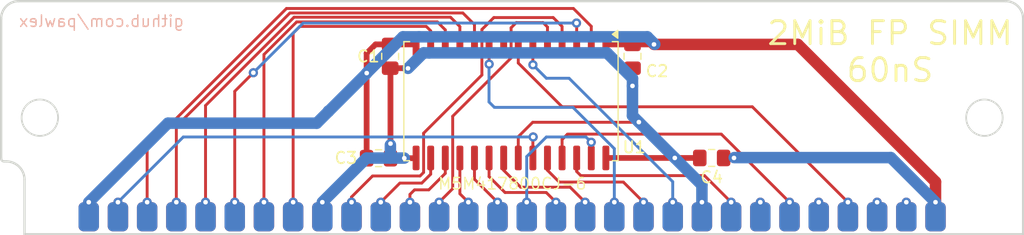
<source format=kicad_pcb>
(kicad_pcb (version 20241229) (generator "pcbnew") (generator_version "9.0")
  (title_block (title "GW4190A") (date "2021-06-19") (rev "2.0-SOJ") (company "Garrett's Workshop"))
  (layers (0 "F.Cu" signal) (2 "B.Cu" signal) (13 "F.Paste" user) (15 "B.Paste" user) (5 "F.SilkS" user "F.Silkscreen") (7 "B.SilkS" user "B.Silkscreen") (1 "F.Mask" user) (3 "B.Mask" user) (25 "Edge.Cuts" user))
  (net 0 "")
  (net 1 "+5V")
  (net 2 "/D0")
  (net 3 "/D1")
  (net 4 "/~{WE}")
  (net 5 "/~{RAS}")
  (net 6 "/~{CAS}")
  (net 7 "/D2")
  (net 8 "/D3")
  (net 9 "GND")
  (net 10 "/D4")
  (net 11 "/D5")
  (net 12 "/D6")
  (net 13 "/A11")
  (net 14 "/D7")
  (net 15 "/QP")
  (net 16 "/~{CASP}")
  (net 17 "/DP")
  (net 18 "/A9")
  (net 19 "/A2")
  (net 20 "/A10")
  (net 21 "/A8")
  (net 22 "/A0")
  (net 23 "/A3")
  (net 24 "/A6")
  (net 25 "/A1")
  (net 26 "/A5")
  (net 27 "/A4")
  (net 28 "/A7")
  (footprint "stdpads:SIMM-30_Edge" (layer "F.Cu") (at 120.65 99.822)
    (property "Reference" "J1" (hide yes))
    (property "Value" "DRAM-SIMM-30" (hide yes))
    (pad "1" thru_hole circle (at -36.83 -1.016) (size 0.8 0.8) (drill 0.4) (layers "*.Cu" "*.Mask") (net 1 "+5V"))
    (pad "1" smd roundrect (at -36.83 0.254) (size 1.778 2.54) (layers "F.Cu" "F.Mask") (net 1 "+5V"))
    (pad "1" smd roundrect (at -36.83 0.254) (size 1.778 2.54) (layers "B.Cu" "B.Mask") (net 1 "+5V"))
    (pad "2" thru_hole circle (at -34.29 -1.016) (size 0.8 0.8) (drill 0.4) (layers "*.Cu" "*.Mask") (net 6 "/~{CAS}"))
    (pad "2" smd roundrect (at -34.29 0.254) (size 1.778 2.54) (layers "F.Cu" "F.Mask") (net 6 "/~{CAS}"))
    (pad "2" smd roundrect (at -34.29 0.254) (size 1.778 2.54) (layers "B.Cu" "B.Mask") (net 6 "/~{CAS}"))
    (pad "3" thru_hole circle (at -31.75 -1.016) (size 0.8 0.8) (drill 0.4) (layers "*.Cu" "*.Mask") (net 2 "/D0"))
    (pad "3" smd roundrect (at -31.75 0.254) (size 1.778 2.54) (layers "F.Cu" "F.Mask") (net 2 "/D0"))
    (pad "3" smd roundrect (at -31.75 0.254) (size 1.778 2.54) (layers "B.Cu" "B.Mask") (net 2 "/D0"))
    (pad "4" thru_hole circle (at -29.21 -1.016) (size 0.8 0.8) (drill 0.4) (layers "*.Cu" "*.Mask") (net 22 "/A0"))
    (pad "4" smd roundrect (at -29.21 0.254) (size 1.778 2.54) (layers "F.Cu" "F.Mask") (net 22 "/A0"))
    (pad "4" smd roundrect (at -29.21 0.254) (size 1.778 2.54) (layers "B.Cu" "B.Mask") (net 22 "/A0"))
    (pad "5" thru_hole circle (at -26.67 -1.016) (size 0.8 0.8) (drill 0.4) (layers "*.Cu" "*.Mask") (net 25 "/A1"))
    (pad "5" smd roundrect (at -26.67 0.254) (size 1.778 2.54) (layers "F.Cu" "F.Mask") (net 25 "/A1"))
    (pad "5" smd roundrect (at -26.67 0.254) (size 1.778 2.54) (layers "B.Cu" "B.Mask") (net 25 "/A1"))
    (pad "6" thru_hole circle (at -24.13 -1.016) (size 0.8 0.8) (drill 0.4) (layers "*.Cu" "*.Mask") (net 3 "/D1"))
    (pad "6" smd roundrect (at -24.13 0.254) (size 1.778 2.54) (layers "F.Cu" "F.Mask") (net 3 "/D1"))
    (pad "6" smd roundrect (at -24.13 0.254) (size 1.778 2.54) (layers "B.Cu" "B.Mask") (net 3 "/D1"))
    (pad "7" thru_hole circle (at -21.59 -1.016) (size 0.8 0.8) (drill 0.4) (layers "*.Cu" "*.Mask") (net 19 "/A2"))
    (pad "7" smd roundrect (at -21.59 0.254) (size 1.778 2.54) (layers "F.Cu" "F.Mask") (net 19 "/A2"))
    (pad "7" smd roundrect (at -21.59 0.254) (size 1.778 2.54) (layers "B.Cu" "B.Mask") (net 19 "/A2"))
    (pad "8" thru_hole circle (at -19.05 -1.016) (size 0.8 0.8) (drill 0.4) (layers "*.Cu" "*.Mask") (net 23 "/A3"))
    (pad "8" smd roundrect (at -19.05 0.254) (size 1.778 2.54) (layers "F.Cu" "F.Mask") (net 23 "/A3"))
    (pad "8" smd roundrect (at -19.05 0.254) (size 1.778 2.54) (layers "B.Cu" "B.Mask") (net 23 "/A3"))
    (pad "9" thru_hole circle (at -16.51 -1.016) (size 0.8 0.8) (drill 0.4) (layers "*.Cu" "*.Mask") (net 9 "GND"))
    (pad "9" smd roundrect (at -16.51 0.254) (size 1.778 2.54) (layers "F.Cu" "F.Mask") (net 9 "GND"))
    (pad "9" smd roundrect (at -16.51 0.254) (size 1.778 2.54) (layers "B.Cu" "B.Mask") (net 9 "GND"))
    (pad "10" thru_hole circle (at -13.97 -1.016) (size 0.8 0.8) (drill 0.4) (layers "*.Cu" "*.Mask") (net 7 "/D2"))
    (pad "10" smd roundrect (at -13.97 0.254) (size 1.778 2.54) (layers "F.Cu" "F.Mask") (net 7 "/D2"))
    (pad "10" smd roundrect (at -13.97 0.254) (size 1.778 2.54) (layers "B.Cu" "B.Mask") (net 7 "/D2"))
    (pad "11" thru_hole circle (at -11.43 -1.016) (size 0.8 0.8) (drill 0.4) (layers "*.Cu" "*.Mask") (net 27 "/A4"))
    (pad "11" smd roundrect (at -11.43 0.254) (size 1.778 2.54) (layers "F.Cu" "F.Mask") (net 27 "/A4"))
    (pad "11" smd roundrect (at -11.43 0.254) (size 1.778 2.54) (layers "B.Cu" "B.Mask") (net 27 "/A4"))
    (pad "12" thru_hole circle (at -8.89 -1.016) (size 0.8 0.8) (drill 0.4) (layers "*.Cu" "*.Mask") (net 26 "/A5"))
    (pad "12" smd roundrect (at -8.89 0.254) (size 1.778 2.54) (layers "F.Cu" "F.Mask") (net 26 "/A5"))
    (pad "12" smd roundrect (at -8.89 0.254) (size 1.778 2.54) (layers "B.Cu" "B.Mask") (net 26 "/A5"))
    (pad "13" thru_hole circle (at -6.35 -1.016) (size 0.8 0.8) (drill 0.4) (layers "*.Cu" "*.Mask") (net 8 "/D3"))
    (pad "13" smd roundrect (at -6.35 0.254) (size 1.778 2.54) (layers "F.Cu" "F.Mask") (net 8 "/D3"))
    (pad "13" smd roundrect (at -6.35 0.254) (size 1.778 2.54) (layers "B.Cu" "B.Mask") (net 8 "/D3"))
    (pad "14" thru_hole circle (at -3.81 -1.016) (size 0.8 0.8) (drill 0.4) (layers "*.Cu" "*.Mask") (net 24 "/A6"))
    (pad "14" smd roundrect (at -3.81 0.254) (size 1.778 2.54) (layers "F.Cu" "F.Mask") (net 24 "/A6"))
    (pad "14" smd roundrect (at -3.81 0.254) (size 1.778 2.54) (layers "B.Cu" "B.Mask") (net 24 "/A6"))
    (pad "15" thru_hole circle (at -1.27 -1.016) (size 0.8 0.8) (drill 0.4) (layers "*.Cu" "*.Mask") (net 28 "/A7"))
    (pad "15" smd roundrect (at -1.27 0.254) (size 1.778 2.54) (layers "F.Cu" "F.Mask") (net 28 "/A7"))
    (pad "15" smd roundrect (at -1.27 0.254) (size 1.778 2.54) (layers "B.Cu" "B.Mask") (net 28 "/A7"))
    (pad "16" thru_hole circle (at 1.27 -1.016) (size 0.8 0.8) (drill 0.4) (layers "*.Cu" "*.Mask") (net 10 "/D4"))
    (pad "16" smd roundrect (at 1.27 0.254) (size 1.778 2.54) (layers "F.Cu" "F.Mask") (net 10 "/D4"))
    (pad "16" smd roundrect (at 1.27 0.254) (size 1.778 2.54) (layers "B.Cu" "B.Mask") (net 10 "/D4"))
    (pad "17" thru_hole circle (at 3.81 -1.016) (size 0.8 0.8) (drill 0.4) (layers "*.Cu" "*.Mask") (net 21 "/A8"))
    (pad "17" smd roundrect (at 3.81 0.254) (size 1.778 2.54) (layers "F.Cu" "F.Mask") (net 21 "/A8"))
    (pad "17" smd roundrect (at 3.81 0.254) (size 1.778 2.54) (layers "B.Cu" "B.Mask") (net 21 "/A8"))
    (pad "18" thru_hole circle (at 6.35 -1.016) (size 0.8 0.8) (drill 0.4) (layers "*.Cu" "*.Mask") (net 18 "/A9"))
    (pad "18" smd roundrect (at 6.35 0.254) (size 1.778 2.54) (layers "F.Cu" "F.Mask") (net 18 "/A9"))
    (pad "18" smd roundrect (at 6.35 0.254) (size 1.778 2.54) (layers "B.Cu" "B.Mask") (net 18 "/A9"))
    (pad "19" thru_hole circle (at 8.89 -1.016) (size 0.8 0.8) (drill 0.4) (layers "*.Cu" "*.Mask") (net 20 "/A10"))
    (pad "19" smd roundrect (at 8.89 0.254) (size 1.778 2.54) (layers "F.Cu" "F.Mask") (net 20 "/A10"))
    (pad "19" smd roundrect (at 8.89 0.254) (size 1.778 2.54) (layers "B.Cu" "B.Mask") (net 20 "/A10"))
    (pad "20" thru_hole circle (at 11.43 -1.016) (size 0.8 0.8) (drill 0.4) (layers "*.Cu" "*.Mask") (net 11 "/D5"))
    (pad "20" smd roundrect (at 11.43 0.254) (size 1.778 2.54) (layers "F.Cu" "F.Mask") (net 11 "/D5"))
    (pad "20" smd roundrect (at 11.43 0.254) (size 1.778 2.54) (layers "B.Cu" "B.Mask") (net 11 "/D5"))
    (pad "21" thru_hole circle (at 13.97 -1.016) (size 0.8 0.8) (drill 0.4) (layers "*.Cu" "*.Mask") (net 4 "/~{WE}"))
    (pad "21" smd roundrect (at 13.97 0.254) (size 1.778 2.54) (layers "F.Cu" "F.Mask") (net 4 "/~{WE}"))
    (pad "21" smd roundrect (at 13.97 0.254) (size 1.778 2.54) (layers "B.Cu" "B.Mask") (net 4 "/~{WE}"))
    (pad "22" thru_hole circle (at 16.51 -1.016) (size 0.8 0.8) (drill 0.4) (layers "*.Cu" "*.Mask") (net 9 "GND"))
    (pad "22" smd roundrect (at 16.51 0.254) (size 1.778 2.54) (layers "F.Cu" "F.Mask") (net 9 "GND"))
    (pad "22" smd roundrect (at 16.51 0.254) (size 1.778 2.54) (layers "B.Cu" "B.Mask") (net 9 "GND"))
    (pad "23" thru_hole circle (at 19.05 -1.016) (size 0.8 0.8) (drill 0.4) (layers "*.Cu" "*.Mask") (net 12 "/D6"))
    (pad "23" smd roundrect (at 19.05 0.254) (size 1.778 2.54) (layers "F.Cu" "F.Mask") (net 12 "/D6"))
    (pad "23" smd roundrect (at 19.05 0.254) (size 1.778 2.54) (layers "B.Cu" "B.Mask") (net 12 "/D6"))
    (pad "24" thru_hole circle (at 21.59 -1.016) (size 0.8 0.8) (drill 0.4) (layers "*.Cu" "*.Mask") (net 13 "/A11"))
    (pad "24" smd roundrect (at 21.59 0.254) (size 1.778 2.54) (layers "F.Cu" "F.Mask") (net 13 "/A11"))
    (pad "24" smd roundrect (at 21.59 0.254) (size 1.778 2.54) (layers "B.Cu" "B.Mask") (net 13 "/A11"))
    (pad "25" thru_hole circle (at 24.13 -1.016) (size 0.8 0.8) (drill 0.4) (layers "*.Cu" "*.Mask") (net 14 "/D7"))
    (pad "25" smd roundrect (at 24.13 0.254) (size 1.778 2.54) (layers "F.Cu" "F.Mask") (net 14 "/D7"))
    (pad "25" smd roundrect (at 24.13 0.254) (size 1.778 2.54) (layers "B.Cu" "B.Mask") (net 14 "/D7"))
    (pad "26" thru_hole circle (at 26.67 -1.016) (size 0.8 0.8) (drill 0.4) (layers "*.Cu" "*.Mask") (net 15 "/QP"))
    (pad "26" smd roundrect (at 26.67 0.254) (size 1.778 2.54) (layers "F.Cu" "F.Mask") (net 15 "/QP"))
    (pad "26" smd roundrect (at 26.67 0.254) (size 1.778 2.54) (layers "B.Cu" "B.Mask") (net 15 "/QP"))
    (pad "27" thru_hole circle (at 29.21 -1.016) (size 0.8 0.8) (drill 0.4) (layers "*.Cu" "*.Mask") (net 5 "/~{RAS}"))
    (pad "27" smd roundrect (at 29.21 0.254) (size 1.778 2.54) (layers "F.Cu" "F.Mask") (net 5 "/~{RAS}"))
    (pad "27" smd roundrect (at 29.21 0.254) (size 1.778 2.54) (layers "B.Cu" "B.Mask") (net 5 "/~{RAS}"))
    (pad "28" thru_hole circle (at 31.75 -1.016) (size 0.8 0.8) (drill 0.4) (layers "*.Cu" "*.Mask") (net 16 "/~{CASP}"))
    (pad "28" smd roundrect (at 31.75 0.254) (size 1.778 2.54) (layers "F.Cu" "F.Mask") (net 16 "/~{CASP}"))
    (pad "28" smd roundrect (at 31.75 0.254) (size 1.778 2.54) (layers "B.Cu" "B.Mask") (net 16 "/~{CASP}"))
    (pad "29" thru_hole circle (at 34.29 -1.016) (size 0.8 0.8) (drill 0.4) (layers "*.Cu" "*.Mask") (net 17 "/DP"))
    (pad "29" smd roundrect (at 34.29 0.254) (size 1.778 2.54) (layers "F.Cu" "F.Mask") (net 17 "/DP"))
    (pad "29" smd roundrect (at 34.29 0.254) (size 1.778 2.54) (layers "B.Cu" "B.Mask") (net 17 "/DP"))
    (pad "30" thru_hole circle (at 36.83 -1.016) (size 0.8 0.8) (drill 0.4) (layers "*.Cu" "*.Mask") (net 1 "+5V"))
    (pad "30" smd roundrect (at 36.83 0.254) (size 1.778 2.54) (layers "F.Cu" "F.Mask") (net 1 "+5V"))
    (pad "30" smd roundrect (at 36.83 0.254) (size 1.778 2.54) (layers "B.Cu" "B.Mask") (net 1 "+5V"))
  )
  (footprint "Capacitor_SMD:C_0805_2012Metric_Pad1.18x1.45mm_HandSolder" (layer "F.Cu") (at 138.01 94.95 180)
    (property "Reference" "C4" (at 0 -1.68 0) (layer "F.SilkS"))
    (property "Value" "2u2")
    (fp_line (start -0.261252 0.735) (end 0.261252 0.735) (stroke (width 0.12)) (layer "F.SilkS"))
    (fp_line (start -0.261252 -0.735) (end 0.261252 -0.735) (stroke (width 0.12)) (layer "F.SilkS"))
    (pad "1" smd roundrect (at -1.0375 0 180) (size 1.175 1.45) (layers "F.Cu" "F.Mask" "F.Paste") (roundrect_rratio 0.212766) (net 1 "+5V"))
    (pad "2" smd roundrect (at 1.0375 0 180) (size 1.175 1.45) (layers "F.Cu" "F.Mask" "F.Paste") (roundrect_rratio 0.212766) (net 9 "GND"))
  )
  (footprint "Capacitor_SMD:C_0805_2012Metric_Pad1.18x1.45mm_HandSolder" (layer "F.Cu") (at 109.03 94.97)
    (property "Reference" "C3" (at -2.84 -0.02 0) (layer "F.SilkS"))
    (property "Value" "2u2")
    (fp_line (start -0.261252 -0.735) (end 0.261252 -0.735) (stroke (width 0.12)) (layer "F.SilkS"))
    (fp_line (start -0.261252 0.735) (end 0.261252 0.735) (stroke (width 0.12)) (layer "F.SilkS"))
    (pad "1" smd roundrect (at -1.0375 0) (size 1.175 1.45) (layers "F.Cu" "F.Mask" "F.Paste") (roundrect_rratio 0.212766) (net 1 "+5V"))
    (pad "2" smd roundrect (at 1.0375 0) (size 1.175 1.45) (layers "F.Cu" "F.Mask" "F.Paste") (roundrect_rratio 0.212766) (net 9 "GND"))
  )
  (footprint "Capacitor_SMD:C_0805_2012Metric_Pad1.18x1.45mm_HandSolder" (layer "F.Cu") (at 131.12 86.09 -90)
    (property "Reference" "C2" (at 1.29 -2.14 180) (layer "F.SilkS"))
    (property "Value" "2u2")
    (fp_line (start -0.261252 0.735) (end 0.261252 0.735) (stroke (width 0.12)) (layer "F.SilkS"))
    (fp_line (start -0.261252 -0.735) (end 0.261252 -0.735) (stroke (width 0.12)) (layer "F.SilkS"))
    (pad "1" smd roundrect (at -1.0375 0 270) (size 1.175 1.45) (layers "F.Cu" "F.Mask" "F.Paste") (roundrect_rratio 0.212766) (net 1 "+5V"))
    (pad "2" smd roundrect (at 1.0375 0 270) (size 1.175 1.45) (layers "F.Cu" "F.Mask" "F.Paste") (roundrect_rratio 0.212766) (net 9 "GND"))
  )
  (footprint "Package_SO:SOJ-28_10.16x18.415mm_P1.27mm" (layer "F.Cu") (at 120.55 90 -90)
    (property "Reference" "U1" (at 4.02 -10.72 180) (layer "F.SilkS"))
    (property "Value" "M5M417800CJ")
    (fp_line (start -5.19 9.3175) (end -5.19 8.815) (stroke (width 0.12)) (layer "F.SilkS"))
    (fp_line (start 5.19 9.3175) (end -5.19 9.3175) (stroke (width 0.12)) (layer "F.SilkS"))
    (fp_line (start 5.19 8.815) (end 5.19 9.3175) (stroke (width 0.12)) (layer "F.SilkS"))
    (fp_line (start -5.19 -8.815) (end -5.19 -9.3175) (stroke (width 0.12)) (layer "F.SilkS"))
    (fp_line (start -5.19 -9.3175) (end 5.19 -9.3175) (stroke (width 0.12)) (layer "F.SilkS"))
    (fp_line (start 5.19 -9.3175) (end 5.19 -8.815) (stroke (width 0.12)) (layer "F.SilkS"))
    (fp_poly (pts (xy -5.83 -8.82) (xy -6.17 -9.29) (xy -5.49 -9.29)) (stroke (width 0.12)) (fill yes) (layer "F.SilkS"))
    (pad "1" smd roundrect (at -4.95 -8.255 270) (size 2.15 0.6) (layers "F.Cu" "F.Mask" "F.Paste") (net 1 "+5V"))
    (pad "2" smd roundrect (at -4.95 -6.985 270) (size 2.15 0.6) (layers "F.Cu" "F.Mask" "F.Paste") (net 2 "/D0"))
    (pad "3" smd roundrect (at -4.95 -5.715 270) (size 2.15 0.6) (layers "F.Cu" "F.Mask" "F.Paste") (net 3 "/D1"))
    (pad "4" smd roundrect (at -4.95 -4.445 270) (size 2.15 0.6) (layers "F.Cu" "F.Mask" "F.Paste") (net 7 "/D2"))
    (pad "5" smd roundrect (at -4.95 -3.175 270) (size 2.15 0.6) (layers "F.Cu" "F.Mask" "F.Paste") (net 8 "/D3"))
    (pad "6" smd roundrect (at -4.95 -1.905 270) (size 2.15 0.6) (layers "F.Cu" "F.Mask" "F.Paste") (net 4 "/~{WE}"))
    (pad "7" smd roundrect (at -4.95 -0.635 270) (size 2.15 0.6) (layers "F.Cu" "F.Mask" "F.Paste") (net 5 "/~{RAS}"))
    (pad "8" smd roundrect (at -4.95 0.635 270) (size 2.15 0.6) (layers "F.Cu" "F.Mask" "F.Paste"))
    (pad "9" smd roundrect (at -4.95 1.905 270) (size 2.15 0.6) (layers "F.Cu" "F.Mask" "F.Paste") (net 20 "/A10"))
    (pad "10" smd roundrect (at -4.95 3.175 270) (size 2.15 0.6) (layers "F.Cu" "F.Mask" "F.Paste") (net 22 "/A0"))
    (pad "11" smd roundrect (at -4.95 4.445 270) (size 2.15 0.6) (layers "F.Cu" "F.Mask" "F.Paste") (net 25 "/A1"))
    (pad "12" smd roundrect (at -4.95 5.715 270) (size 2.15 0.6) (layers "F.Cu" "F.Mask" "F.Paste") (net 19 "/A2"))
    (pad "13" smd roundrect (at -4.95 6.985 270) (size 2.15 0.6) (layers "F.Cu" "F.Mask" "F.Paste") (net 23 "/A3"))
    (pad "14" smd roundrect (at -4.95 8.255 270) (size 2.15 0.6) (layers "F.Cu" "F.Mask" "F.Paste") (net 1 "+5V"))
    (pad "15" smd roundrect (at 4.95 8.255 270) (size 2.15 0.6) (layers "F.Cu" "F.Mask" "F.Paste") (net 9 "GND"))
    (pad "16" smd roundrect (at 4.95 6.985 270) (size 2.15 0.6) (layers "F.Cu" "F.Mask" "F.Paste") (net 27 "/A4"))
    (pad "17" smd roundrect (at 4.95 5.715 270) (size 2.15 0.6) (layers "F.Cu" "F.Mask" "F.Paste") (net 26 "/A5"))
    (pad "18" smd roundrect (at 4.95 4.445 270) (size 2.15 0.6) (layers "F.Cu" "F.Mask" "F.Paste") (net 24 "/A6"))
    (pad "19" smd roundrect (at 4.95 3.175 270) (size 2.15 0.6) (layers "F.Cu" "F.Mask" "F.Paste") (net 28 "/A7"))
    (pad "20" smd roundrect (at 4.95 1.905 270) (size 2.15 0.6) (layers "F.Cu" "F.Mask" "F.Paste") (net 21 "/A8"))
    (pad "21" smd roundrect (at 4.95 0.635 270) (size 2.15 0.6) (layers "F.Cu" "F.Mask" "F.Paste") (net 18 "/A9"))
    (pad "22" smd roundrect (at 4.95 -0.635 270) (size 2.15 0.6) (layers "F.Cu" "F.Mask" "F.Paste") (net 9 "GND"))
    (pad "23" smd roundrect (at 4.95 -1.905 270) (size 2.15 0.6) (layers "F.Cu" "F.Mask" "F.Paste") (net 6 "/~{CAS}"))
    (pad "24" smd roundrect (at 4.95 -3.175 270) (size 2.15 0.6) (layers "F.Cu" "F.Mask" "F.Paste") (net 11 "/D5"))
    (pad "25" smd roundrect (at 4.95 -4.445 270) (size 2.15 0.6) (layers "F.Cu" "F.Mask" "F.Paste") (net 14 "/D7"))
    (pad "26" smd roundrect (at 4.95 -5.715 270) (size 2.15 0.6) (layers "F.Cu" "F.Mask" "F.Paste") (net 12 "/D6"))
    (pad "27" smd roundrect (at 4.95 -6.985 270) (size 2.15 0.6) (layers "F.Cu" "F.Mask" "F.Paste") (net 10 "/D4"))
    (pad "28" smd roundrect (at 4.95 -8.255 270) (size 2.15 0.6) (layers "F.Cu" "F.Mask" "F.Paste") (net 9 "GND"))
  )
  (footprint "Capacitor_SMD:C_0805_2012Metric_Pad1.18x1.45mm_HandSolder" (layer "F.Cu") (at 110.04 86.0875 -90)
    (property "Reference" "C1" (at 0.0125 1.9 180) (layer "F.SilkS"))
    (property "Value" "2u2")
    (fp_line (start -0.261252 0.735) (end 0.261252 0.735) (stroke (width 0.12)) (layer "F.SilkS"))
    (fp_line (start -0.261252 -0.735) (end 0.261252 -0.735) (stroke (width 0.12)) (layer "F.SilkS"))
    (pad "1" smd roundrect (at -1.0375 0 270) (size 1.175 1.45) (layers "F.Cu" "F.Mask" "F.Paste") (roundrect_rratio 0.212766) (net 1 "+5V"))
    (pad "2" smd roundrect (at 1.0375 0 270) (size 1.175 1.45) (layers "F.Cu" "F.Mask" "F.Paste") (roundrect_rratio 0.212766) (net 9 "GND"))
  )
  (gr_line (start 76.2 94.996) (end 76.2 82.804) (stroke (width 0.2)) (layer "Edge.Cuts"))
  (gr_line (start 78.232 101.6) (end 78.232 96.8375) (stroke (width 0.2)) (layer "Edge.Cuts"))
  (gr_circle (center 79.5655 91.44) (end 77.978 91.44) (stroke (width 0.15)) (fill no) (layer "Edge.Cuts"))
  (gr_arc (start 76.6445 95.25) (mid 77.767032 95.714968) (end 78.232 96.8375) (stroke (width 0.2)) (layer "Edge.Cuts"))
  (gr_circle (center 161.7345 91.44) (end 163.322 91.44) (stroke (width 0.15)) (fill no) (layer "Edge.Cuts"))
  (gr_line (start 76.6445 95.25) (end 76.454 95.25) (stroke (width 0.2)) (layer "Edge.Cuts"))
  (gr_arc (start 163.576 81.28) (mid 164.653631 81.726369) (end 165.1 82.804) (stroke (width 0.2)) (layer "Edge.Cuts"))
  (gr_arc (start 76.2 82.804) (mid 76.646369 81.726369) (end 77.724 81.28) (stroke (width 0.2)) (layer "Edge.Cuts"))
  (gr_arc (start 76.454 95.25) (mid 76.274395 95.175605) (end 76.2 94.996) (stroke (width 0.2)) (layer "Edge.Cuts"))
  (gr_line (start 165.1 101.6) (end 78.232 101.6) (stroke (width 0.2)) (layer "Edge.Cuts"))
  (gr_line (start 77.724 81.28) (end 163.576 81.28) (stroke (width 0.2)) (layer "Edge.Cuts"))
  (gr_line (start 165.1 82.804) (end 165.1 101.6) (stroke (width 0.2)) (layer "Edge.Cuts"))
  (gr_text "M5M417800CJ-6" (at 114.13 97.78 0) (layer "F.SilkS") (effects (font (size 1 1) (thickness 0.125)) (justify left bottom)))
  (gr_text "2MiB FP SIMM\n60nS" (at 153.52 88.46 0) (layer "F.SilkS") (effects (font (size 2 2) (thickness 0.25)) (justify bottom)))
  (gr_text "github.com/pawlex" (at 92.17 83.61 0) (layer "B.SilkS") (effects (font (size 1 1) (thickness 0.125)) (justify left bottom mirror)))
  (segment (start 157.48 98.806) (end 157.48 97.03) (width 1) (layer "F.Cu") (net 1))
  (segment (start 131.12 85.0525) (end 132.99 85.0525) (width 0.5) (layer "F.Cu") (net 1))
  (segment (start 107.9925 85.8275) (end 108.77 85.05) (width 0.5) (layer "F.Cu") (net 1))
  (segment (start 157.48 97.03) (end 145.5025 85.0525) (width 1) (layer "F.Cu") (net 1))
  (segment (start 139.0475 94.95) (end 139.94 94.95) (width 0.5) (layer "F.Cu") (net 1))
  (segment (start 131.1175 85.05) (end 131.12 85.0525) (width 0.25) (layer "F.Cu") (net 1))
  (segment (start 107.9925 94.97) (end 107.9925 85.8275) (width 0.5) (layer "F.Cu") (net 1))
  (segment (start 131.12 85.0525) (end 128.8075 85.0525) (width 0.5) (layer "F.Cu") (net 1))
  (segment (start 145.5025 85.0525) (end 145.5 85.05) (width 0.25) (layer "F.Cu") (net 1))
  (segment (start 108.77 85.05) (end 110.04 85.05) (width 0.5) (layer "F.Cu") (net 1))
  (segment (start 128.8075 85.0525) (end 128.805 85.05) (width 0.25) (layer "F.Cu") (net 1))
  (segment (start 110.04 85.05) (end 112.295 85.05) (width 0.5) (layer "F.Cu") (net 1))
  (segment (start 132.99 85.0525) (end 145.5025 85.0525) (width 1) (layer "F.Cu") (net 1))
  (via (at 132.99 85.0525) (size 0.8) (drill 0.4) (layers "F.Cu" "B.Cu") (net 1))
  (via (at 108 87.55) (size 0.8) (drill 0.4) (layers "F.Cu" "B.Cu") (net 1))
  (via (at 139.95 94.95) (size 0.8) (drill 0.4) (layers "F.Cu" "B.Cu") (net 1))
  (segment (start 112.55 84.39) (end 132.41 84.39) (width 1) (layer "B.Cu") (net 1))
  (segment (start 107.9925 87.55) (end 111.1525 84.39) (width 1) (layer "B.Cu") (net 1))
  (segment (start 107.98 87.59) (end 107.99 87.59) (width 0.25) (layer "B.Cu") (net 1))
  (segment (start 83.82 98.806) (end 90.706 91.92) (width 1) (layer "B.Cu") (net 1))
  (segment (start 111.1525 84.39) (end 112.55 84.39) (width 1) (layer "B.Cu") (net 1))
  (segment (start 153.594 94.92) (end 139.97 94.92) (width 1) (layer "B.Cu") (net 1))
  (segment (start 157.48 98.806) (end 153.594 94.92) (width 1) (layer "B.Cu") (net 1))
  (segment (start 132.41 84.39) (end 133.06 85.04) (width 1) (layer "B.Cu") (net 1))
  (segment (start 104.67 90.9) (end 104.67 90.86) (width 1) (layer "B.Cu") (net 1))
  (segment (start 103.65 91.92) (end 104.67 90.9) (width 1) (layer "B.Cu") (net 1))
  (segment (start 90.706 91.92) (end 103.65 91.92) (width 1) (layer "B.Cu") (net 1))
  (segment (start 104.67 90.9) (end 107.98 87.59) (width 1) (layer "B.Cu") (net 1))
  (segment (start 101.02 81.92) (end 125.98 81.92) (width 0.25) (layer "F.Cu") (net 2))
  (segment (start 125.98 81.92) (end 127.535 83.475) (width 0.25) (layer "F.Cu") (net 2))
  (segment (start 127.535 83.475) (end 127.535 85.05) (width 0.25) (layer "F.Cu") (net 2))
  (segment (start 88.9 94.04) (end 101.02 81.92) (width 0.25) (layer "F.Cu") (net 2))
  (segment (start 88.9 98.806) (end 88.9 94.04) (width 0.25) (layer "F.Cu") (net 2))
  (segment (start 126.265 83.205) (end 126.25 83.19) (width 0.25) (layer "F.Cu") (net 3))
  (segment (start 96.52 89.14) (end 98.14 87.52) (width 0.25) (layer "F.Cu") (net 3))
  (segment (start 126.265 85.05) (end 126.265 83.205) (width 0.25) (layer "F.Cu") (net 3))
  (segment (start 96.52 98.806) (end 96.52 89.14) (width 0.25) (layer "F.Cu") (net 3))
  (via (at 98.14 87.52) (size 0.8) (drill 0.4) (layers "F.Cu" "B.Cu") (net 3))
  (via (at 126.25 83.19) (size 0.8) (drill 0.4) (layers "F.Cu" "B.Cu") (net 3))
  (segment (start 102.47 83.19) (end 126.25 83.19) (width 0.25) (layer "B.Cu") (net 3))
  (segment (start 98.14 87.52) (end 102.47 83.19) (width 0.25) (layer "B.Cu") (net 3))
  (segment (start 122.455 86.825) (end 122.46 86.83) (width 0.25) (layer "F.Cu") (net 4))
  (segment (start 122.455 85.05) (end 122.455 86.825) (width 0.25) (layer "F.Cu") (net 4))
  (via (at 122.46 86.83) (size 0.8) (drill 0.4) (layers "F.Cu" "B.Cu") (net 4))
  (segment (start 134.62 98.806) (end 134.62 97.02) (width 0.25) (layer "B.Cu") (net 4))
  (segment (start 125.6 88) (end 123.63 88) (width 0.25) (layer "B.Cu") (net 4))
  (segment (start 134.62 97.02) (end 125.6 88) (width 0.25) (layer "B.Cu") (net 4))
  (segment (start 123.63 88) (end 122.46 86.83) (width 0.25) (layer "B.Cu") (net 4))
  (segment (start 125 90.49) (end 121.185 86.675) (width 0.25) (layer "F.Cu") (net 5))
  (segment (start 121.185 86.675) (end 121.185 85.05) (width 0.25) (layer "F.Cu") (net 5))
  (segment (start 141.544 90.49) (end 125 90.49) (width 0.25) (layer "F.Cu") (net 5))
  (segment (start 149.86 98.806) (end 141.544 90.49) (width 0.25) (layer "F.Cu") (net 5))
  (segment (start 122.455 93.145) (end 122.455 94.95) (width 0.25) (layer "F.Cu") (net 6))
  (segment (start 122.48 93.12) (end 122.455 93.145) (width 0.25) (layer "F.Cu") (net 6))
  (via (at 122.48 93.12) (size 0.8) (drill 0.4) (layers "F.Cu" "B.Cu") (net 6))
  (segment (start 122.48 93.12) (end 122.49 93.12) (width 0.25) (layer "B.Cu") (net 6))
  (segment (start 92.046 93.12) (end 122.48 93.12) (width 0.25) (layer "B.Cu") (net 6))
  (segment (start 86.36 98.806) (end 92.046 93.12) (width 0.25) (layer "B.Cu") (net 6))
  (segment (start 106.68 98.35) (end 108.51 96.52) (width 0.25) (layer "F.Cu") (net 7))
  (segment (start 118.02 87.72) (end 118.02 83.75) (width 0.25) (layer "F.Cu") (net 7))
  (segment (start 112.64 96.52) (end 112.95 96.21) (width 0.25) (layer "F.Cu") (net 7))
  (segment (start 112.95 92.79) (end 118.02 87.72) (width 0.25) (layer "F.Cu") (net 7))
  (segment (start 124.22 82.71) (end 124.995 83.485) (width 0.25) (layer "F.Cu") (net 7))
  (segment (start 108.51 96.52) (end 112.64 96.52) (width 0.25) (layer "F.Cu") (net 7))
  (segment (start 119.06 82.71) (end 124.22 82.71) (width 0.25) (layer "F.Cu") (net 7))
  (segment (start 112.95 96.21) (end 112.95 92.79) (width 0.25) (layer "F.Cu") (net 7))
  (segment (start 106.68 98.806) (end 106.68 98.35) (width 0.25) (layer "F.Cu") (net 7))
  (segment (start 118.02 83.75) (end 119.06 82.71) (width 0.25) (layer "F.Cu") (net 7))
  (segment (start 124.995 83.485) (end 124.995 85.05) (width 0.25) (layer "F.Cu") (net 7))
  (segment (start 115.48 91.311792) (end 120.56 86.231792) (width 0.25) (layer "F.Cu") (net 8))
  (segment (start 120.56 83.6) (end 121.01 83.15) (width 0.25) (layer "F.Cu") (net 8))
  (segment (start 123.725 83.535) (end 123.725 85.05) (width 0.25) (layer "F.Cu") (net 8))
  (segment (start 120.56 86.231792) (end 120.56 83.6) (width 0.25) (layer "F.Cu") (net 8))
  (segment (start 114.3 98.806) (end 115.48 97.626) (width 0.25) (layer "F.Cu") (net 8))
  (segment (start 115.48 97.626) (end 115.48 91.311792) (width 0.25) (layer "F.Cu") (net 8))
  (segment (start 121.01 83.15) (end 123.34 83.15) (width 0.25) (layer "F.Cu") (net 8))
  (segment (start 123.34 83.15) (end 123.725 83.535) (width 0.25) (layer "F.Cu") (net 8))
  (segment (start 111.27 94.97) (end 112.275 94.97) (width 0.5) (layer "F.Cu") (net 9))
  (segment (start 128.805 94.95) (end 134.8 94.95) (width 0.5) (layer "F.Cu") (net 9))
  (segment (start 110.0675 94.97) (end 110.0675 87.1525) (width 0.5) (layer "F.Cu") (net 9))
  (segment (start 121.185 94.95) (end 121.185 93.095) (width 0.25) (layer "F.Cu") (net 9))
  (segment (start 131.12 87.1275) (end 131.12 88.67) (width 0.5) (layer "F.Cu") (net 9))
  (segment (start 122.44 91.84) (end 131.68 91.84) (width 0.25) (layer "F.Cu") (net 9))
  (segment (start 110.0675 87.1525) (end 110.04 87.125) (width 0.25) (layer "F.Cu") (net 9))
  (segment (start 110.04 87.125) (end 111.545 87.125) (width 0.5) (layer "F.Cu") (net 9))
  (segment (start 134.8 94.95) (end 136.9725 94.95) (width 0.5) (layer "F.Cu") (net 9))
  (segment (start 110.0675 94.97) (end 111.27 94.97) (width 0.5) (layer "F.Cu") (net 9))
  (segment (start 121.185 93.095) (end 122.44 91.84) (width 0.25) (layer "F.Cu") (net 9))
  (segment (start 112.275 94.97) (end 112.295 94.95) (width 0.25) (layer "F.Cu") (net 9))
  (via (at 131.12 88.67) (size 0.8) (drill 0.4) (layers "F.Cu" "B.Cu") (net 9))
  (via (at 111.27 94.97) (size 0.8) (drill 0.4) (layers "F.Cu" "B.Cu") (net 9))
  (via (at 110.07 93.7) (size 0.8) (drill 0.4) (layers "F.Cu" "B.Cu") (net 9))
  (via (at 111.59 87.14) (size 0.8) (drill 0.4) (layers "F.Cu" "B.Cu") (net 9))
  (via (at 134.8 94.95) (size 0.8) (drill 0.4) (layers "F.Cu" "B.Cu") (net 9))
  (via (at 131.675 91.825) (size 0.8) (drill 0.4) (layers "F.Cu" "B.Cu") (net 9))
  (segment (start 112.94 85.79) (end 111.59 87.14) (width 1) (layer "B.Cu") (net 9))
  (segment (start 110.06 94.96) (end 111.27 94.96) (width 1) (layer "B.Cu") (net 9))
  (segment (start 113.44 85.79) (end 112.94 85.79) (width 1) (layer "B.Cu") (net 9))
  (segment (start 129.55 86.44) (end 128.9 85.79) (width 1) (layer "B.Cu") (net 9))
  (segment (start 134.8 94.95) (end 131.675 91.825) (width 1) (layer "B.Cu") (net 9))
  (segment (start 110.06 94.96) (end 110.06 93.81) (width 1) (layer "B.Cu") (net 9))
  (segment (start 131.12 88.67) (end 131.12 88.01) (width 1) (layer "B.Cu") (net 9))
  (segment (start 104.14 98.806) (end 107.986 94.96) (width 1) (layer "B.Cu") (net 9))
  (segment (start 131.675 91.825) (end 131.12 91.27) (width 1) (layer "B.Cu") (net 9))
  (segment (start 137.16 98.806) (end 137.16 97.31) (width 1) (layer "B.Cu") (net 9))
  (segment (start 131.12 91.27) (end 131.12 88.67) (width 1) (layer "B.Cu") (net 9))
  (segment (start 131.12 88.01) (end 129.55 86.44) (width 1) (layer "B.Cu") (net 9))
  (segment (start 137.16 97.31) (end 134.8 94.95) (width 1) (layer "B.Cu") (net 9))
  (segment (start 128.9 85.79) (end 113.44 85.79) (width 1) (layer "B.Cu") (net 9))
  (segment (start 107.986 94.96) (end 110.06 94.96) (width 1) (layer "B.Cu") (net 9))
  (segment (start 127.535 94.95) (end 127.535 93.585) (width 0.25) (layer "F.Cu") (net 10))
  (segment (start 127.535 93.585) (end 127.53 93.58) (width 0.25) (layer "F.Cu") (net 10))
  (via (at 127.53 93.58) (size 0.8) (drill 0.4) (layers "F.Cu" "B.Cu") (net 10))
  (segment (start 121.92 94.83) (end 123.63 93.12) (width 0.25) (layer "B.Cu") (net 10))
  (segment (start 127.07 93.12) (end 127.53 93.58) (width 0.25) (layer "B.Cu") (net 10))
  (segment (start 121.92 98.806) (end 121.92 94.83) (width 0.25) (layer "B.Cu") (net 10))
  (segment (start 123.63 93.12) (end 127.07 93.12) (width 0.25) (layer "B.Cu") (net 10))
  (segment (start 124.750001 97.05) (end 130.324 97.05) (width 0.25) (layer "F.Cu") (net 11))
  (segment (start 123.725 94.95) (end 123.725 96.024999) (width 0.25) (layer "F.Cu") (net 11))
  (segment (start 130.324 97.05) (end 132.08 98.806) (width 0.25) (layer "F.Cu") (net 11))
  (segment (start 123.725 96.024999) (end 124.750001 97.05) (width 0.25) (layer "F.Cu") (net 11))
  (segment (start 126.265 96.13) (end 126.265 94.95) (width 0.25) (layer "F.Cu") (net 12))
  (segment (start 139.7 98.806) (end 137.384 96.49) (width 0.25) (layer "F.Cu") (net 12))
  (segment (start 137.384 96.49) (end 126.625 96.49) (width 0.25) (layer "F.Cu") (net 12))
  (segment (start 126.625 96.49) (end 126.265 96.13) (width 0.25) (layer "F.Cu") (net 12))
  (segment (start 124.995 93.33) (end 124.995 94.95) (width 0.25) (layer "F.Cu") (net 14))
  (segment (start 138.844 92.87) (end 125.47 92.87) (width 0.25) (layer "F.Cu") (net 14))
  (segment (start 125.01 93.33) (end 125.47 92.87) (width 0.25) (layer "F.Cu") (net 14))
  (segment (start 144.78 98.806) (end 138.844 92.87) (width 0.25) (layer "F.Cu") (net 14))
  (segment (start 124.995 93.33) (end 125.01 93.33) (width 0.25) (layer "F.Cu") (net 14))
  (segment (start 147.32 99.9) (end 147.16 99.74) (width 0.25) (layer "F.Cu") (net 15))
  (segment (start 121.390001 97.5) (end 125.694 97.5) (width 0.25) (layer "F.Cu") (net 18))
  (segment (start 119.915 96.024999) (end 121.390001 97.5) (width 0.25) (layer "F.Cu") (net 18))
  (segment (start 125.694 97.5) (end 127 98.806) (width 0.25) (layer "F.Cu") (net 18))
  (segment (start 119.915 94.95) (end 119.915 96.024999) (width 0.25) (layer "F.Cu") (net 18))
  (segment (start 99.06 85.937398) (end 101.907398 83.09) (width 0.25) (layer "F.Cu") (net 19))
  (segment (start 114.1426 83.09) (end 114.835 83.7824) (width 0.25) (layer "F.Cu") (net 19))
  (segment (start 114.835 83.7824) (end 114.835 85.05) (width 0.25) (layer "F.Cu") (net 19))
  (segment (start 99.06 98.806) (end 99.06 85.937398) (width 0.25) (layer "F.Cu") (net 19))
  (segment (start 101.907398 83.09) (end 114.1426 83.09) (width 0.25) (layer "F.Cu") (net 19))
  (segment (start 118.645 86.765) (end 118.65 86.77) (width 0.25) (layer "F.Cu") (net 20))
  (segment (start 118.645 85.05) (end 118.645 86.765) (width 0.25) (layer "F.Cu") (net 20))
  (via (at 118.65 86.77) (size 0.8) (drill 0.4) (layers "F.Cu" "B.Cu") (net 20))
  (segment (start 118.64 90.07) (end 119.11 90.54) (width 0.25) (layer "B.Cu") (net 20))
  (segment (start 118.64 86.69) (end 118.64 90.07) (width 0.25) (layer "B.Cu") (net 20))
  (segment (start 119.11 90.54) (end 125.94 90.54) (width 0.25) (layer "B.Cu") (net 20))
  (segment (start 129.54 94.14) (end 129.54 98.806) (width 0.25) (layer "B.Cu") (net 20))
  (segment (start 125.94 90.54) (end 129.54 94.14) (width 0.25) (layer "B.Cu") (net 20))
  (segment (start 118.645 96.575) (end 120.03 97.96) (width 0.25) (layer "F.Cu") (net 21))
  (segment (start 123.614 97.96) (end 124.46 98.806) (width 0.25) (layer "F.Cu") (net 21))
  (segment (start 120.03 97.96) (end 123.614 97.96) (width 0.25) (layer "F.Cu") (net 21))
  (segment (start 118.645 94.95) (end 118.645 96.575) (width 0.25) (layer "F.Cu") (net 21))
  (segment (start 117.375 85.05) (end 117.375 83.325) (width 0.25) (layer "F.Cu") (net 22))
  (segment (start 116.36 82.31) (end 101.32 82.31) (width 0.25) (layer "F.Cu") (net 22))
  (segment (start 101.32 82.31) (end 91.44 92.19) (width 0.25) (layer "F.Cu") (net 22))
  (segment (start 91.44 92.19) (end 91.44 98.806) (width 0.25) (layer "F.Cu") (net 22))
  (segment (start 117.375 83.325) (end 116.36 82.31) (width 0.25) (layer "F.Cu") (net 22))
  (segment (start 113.565 83.8682) (end 113.565 85.05) (width 0.25) (layer "F.Cu") (net 23))
  (segment (start 113.18 83.4832) (end 113.565 83.8682) (width 0.25) (layer "F.Cu") (net 23))
  (segment (start 101.6 98.806) (end 101.6 84.07) (width 0.25) (layer "F.Cu") (net 23))
  (segment (start 101.6 84.07) (end 102.1868 83.4832) (width 0.25) (layer "F.Cu") (net 23))
  (segment (start 102.1868 83.4832) (end 113.18 83.4832) (width 0.25) (layer "F.Cu") (net 23))
  (segment (start 116.84 98.806) (end 116.105 98.071) (width 0.25) (layer "F.Cu") (net 24))
  (segment (start 116.105 98.071) (end 116.105 94.95) (width 0.25) (layer "F.Cu") (net 24))
  (segment (start 93.98 98.806) (end 93.98 90.38) (width 0.25) (layer "F.Cu") (net 25))
  (segment (start 115.29 82.68) (end 116.105 83.495) (width 0.25) (layer "F.Cu") (net 25))
  (segment (start 101.68 82.68) (end 115.29 82.68) (width 0.25) (layer "F.Cu") (net 25))
  (segment (start 116.105 83.495) (end 116.105 85.05) (width 0.25) (layer "F.Cu") (net 25))
  (segment (start 93.98 90.38) (end 101.68 82.68) (width 0.25) (layer "F.Cu") (net 25))
  (segment (start 112.16 97.73) (end 113.4 97.73) (width 0.25) (layer "F.Cu") (net 26))
  (segment (start 111.76 98.13) (end 112.16 97.73) (width 0.25) (layer "F.Cu") (net 26))
  (segment (start 113.4 97.73) (end 114.835 96.295) (width 0.25) (layer "F.Cu") (net 26))
  (segment (start 111.76 98.806) (end 111.76 98.13) (width 0.25) (layer "F.Cu") (net 26))
  (segment (start 114.835 96.295) (end 114.835 94.95) (width 0.25) (layer "F.Cu") (net 26))
  (segment (start 113.565 96.365) (end 113.565 94.95) (width 0.25) (layer "F.Cu") (net 27))
  (segment (start 110.886 97.14) (end 112.79 97.14) (width 0.25) (layer "F.Cu") (net 27))
  (segment (start 112.79 97.14) (end 113.565 96.365) (width 0.25) (layer "F.Cu") (net 27))
  (segment (start 109.22 98.806) (end 110.886 97.14) (width 0.25) (layer "F.Cu") (net 27))
  (segment (start 117.375 96.81) (end 117.375 94.95) (width 0.25) (layer "F.Cu") (net 28))
  (segment (start 117.384 96.81) (end 119.38 98.806) (width 0.25) (layer "F.Cu") (net 28))
  (segment (start 117.375 96.81) (end 117.384 96.81) (width 0.25) (layer "F.Cu") (net 28))
)
</source>
